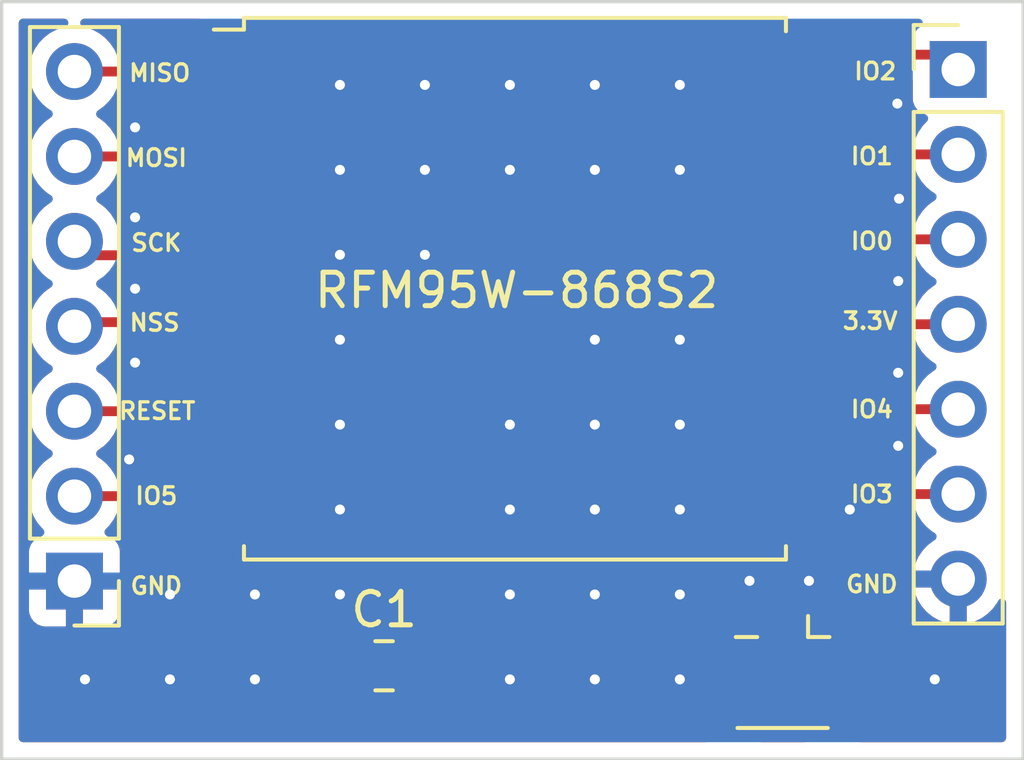
<source format=kicad_pcb>
(kicad_pcb (version 20211014) (generator pcbnew)
  (layers (0 "F.Cu" signal "Front") (1 "In1.Cu" signal) (2 "In2.Cu" signal) (31 "B.Cu" signal "Back") (34 "B.Paste" user) (35 "F.Paste" user) (36 "B.SilkS" user "B.Silkscreen") (37 "F.SilkS" user "F.Silkscreen") (38 "B.Mask" user) (39 "F.Mask" user) (44 "Edge.Cuts" user))
  (net 0 "")
  (net 1 "GND")
  (net 2 "IO5")
  (net 3 "RESET")
  (net 4 "NSS")
  (net 5 "SCK")
  (net 6 "MOSI")
  (net 7 "MISO")
  (net 8 "Net-(J3-Pad1)")
  (net 9 "IO3")
  (net 10 "IO4")
  (net 11 "+3.3V")
  (net 12 "IO0")
  (net 13 "IO1")
  (net 14 "IO2")
  (footprint "RF_Module:HOPERF_RFM9XW_SMD" (layer "F.Cu") (at 139.7508 86.1568)
    (fp_text reference "U1" hide)
    (fp_text value "RFM95W-868S2" (at 0.0508 0.0508) (layer "F.SilkS"))
    (fp_line (start -8.1 -7.75) (end -9 -7.75) (layer "F.SilkS") (width 0.12))
    (fp_line (start -8.1 7.7) (end -8.1 8.1) (layer "F.SilkS") (width 0.12))
    (fp_line (start -8.1 -8.1) (end 8.1 -8.1) (layer "F.SilkS") (width 0.12))
    (fp_line (start -8.1 -8.1) (end -8.1 -7.75) (layer "F.SilkS") (width 0.12))
    (fp_line (start 8.1 8.1) (end 8.1 7.7) (layer "F.SilkS") (width 0.12))
    (fp_line (start 8.1 -8.1) (end 8.1 -7.7) (layer "F.SilkS") (width 0.12))
    (fp_line (start -8.1 8.1) (end 8.1 8.1) (layer "F.SilkS") (width 0.12))
    (pad "1" smd rect (at -8 -7) (size 2 1) (layers "F.Cu" "F.Paste" "F.Mask") (net 1 "GND"))
    (pad "2" smd rect (at -8 -5) (size 2 1) (layers "F.Cu" "F.Paste" "F.Mask") (net 7 "MISO"))
    (pad "3" smd rect (at -8 -3) (size 2 1) (layers "F.Cu" "F.Paste" "F.Mask") (net 6 "MOSI"))
    (pad "4" smd rect (at -8 -1) (size 2 1) (layers "F.Cu" "F.Paste" "F.Mask") (net 5 "SCK"))
    (pad "5" smd rect (at -8 1) (size 2 1) (layers "F.Cu" "F.Paste" "F.Mask") (net 4 "NSS"))
    (pad "6" smd rect (at -8 3) (size 2 1) (layers "F.Cu" "F.Paste" "F.Mask") (net 3 "RESET"))
    (pad "7" smd rect (at -8 5) (size 2 1) (layers "F.Cu" "F.Paste" "F.Mask") (net 2 "IO5"))
    (pad "8" smd rect (at -8 7) (size 2 1) (layers "F.Cu" "F.Paste" "F.Mask") (net 1 "GND"))
    (pad "9" smd rect (at 8 7) (size 2 1) (layers "F.Cu" "F.Paste" "F.Mask") (net 8 "Net-(J3-Pad1)"))
    (pad "10" smd rect (at 8 5) (size 2 1) (layers "F.Cu" "F.Paste" "F.Mask") (net 1 "GND"))
    (pad "11" smd rect (at 8 3) (size 2 1) (layers "F.Cu" "F.Paste" "F.Mask") (net 9 "IO3"))
    (pad "12" smd rect (at 8 1) (size 2 1) (layers "F.Cu" "F.Paste" "F.Mask") (net 10 "IO4"))
    (pad "13" smd rect (at 8 -1) (size 2 1) (layers "F.Cu" "F.Paste" "F.Mask") (net 11 "+3.3V"))
    (pad "14" smd rect (at 8 -3) (size 2 1) (layers "F.Cu" "F.Paste" "F.Mask") (net 12 "IO0"))
    (pad "15" smd rect (at 8 -5) (size 2 1) (layers "F.Cu" "F.Paste" "F.Mask") (net 13 "IO1"))
    (pad "16" smd rect (at 8 -7) (size 2 1) (layers "F.Cu" "F.Paste" "F.Mask") (net 14 "IO2"))
  )
  (footprint "Connector_PinHeader_2.54mm:PinHeader_1x07_P2.54mm_Vertical" (layer "F.Cu") (at 153 79.6002)
    (fp_text reference "J2" hide)
    (fp_text value "Conn_01x07_MountingPin" hide)
    (fp_line (start -1.33 1.27) (end -1.33 16.57) (layer "F.SilkS") (width 0.12))
    (fp_line (start 1.33 1.27) (end 1.33 16.57) (layer "F.SilkS") (width 0.12))
    (fp_line (start -1.33 1.27) (end 1.33 1.27) (layer "F.SilkS") (width 0.12))
    (fp_line (start -1.33 0) (end -1.33 -1.33) (layer "F.SilkS") (width 0.12))
    (fp_line (start -1.33 -1.33) (end 0 -1.33) (layer "F.SilkS") (width 0.12))
    (fp_line (start -1.33 16.57) (end 1.33 16.57) (layer "F.SilkS") (width 0.12))
    (pad "1" thru_hole rect (at 0 0) (size 1.7 1.7) (drill 1) (layers *.Cu *.Mask) (net 14 "IO2"))
    (pad "2" thru_hole oval (at 0 2.54) (size 1.7 1.7) (drill 1) (layers *.Cu *.Mask) (net 13 "IO1"))
    (pad "3" thru_hole oval (at 0 5.08) (size 1.7 1.7) (drill 1) (layers *.Cu *.Mask) (net 12 "IO0"))
    (pad "4" thru_hole oval (at 0 7.62) (size 1.7 1.7) (drill 1) (layers *.Cu *.Mask) (net 11 "+3.3V"))
    (pad "5" thru_hole oval (at 0 10.16) (size 1.7 1.7) (drill 1) (layers *.Cu *.Mask) (net 10 "IO4"))
    (pad "6" thru_hole oval (at 0 12.7) (size 1.7 1.7) (drill 1) (layers *.Cu *.Mask) (net 9 "IO3"))
    (pad "7" thru_hole oval (at 0 15.24) (size 1.7 1.7) (drill 1) (layers *.Cu *.Mask) (net 1 "GND"))
  )
  (footprint "Capacitor_SMD:C_0805_2012Metric" (layer "F.Cu") (at 135.8392 97.4344)
    (fp_text reference "C1" (at 0 -1.68) (layer "F.SilkS"))
    (fp_text value "4.7u")
    (fp_line (start -0.261252 -0.735) (end 0.261252 -0.735) (layer "F.SilkS") (width 0.12))
    (fp_line (start -0.261252 0.735) (end 0.261252 0.735) (layer "F.SilkS") (width 0.12))
    (pad "1" smd roundrect (at -0.95 0) (size 1 1.45) (layers "F.Cu" "F.Paste" "F.Mask") (net 1 "GND"))
    (pad "2" smd roundrect (at 0.95 0) (size 1 1.45) (layers "F.Cu" "F.Paste" "F.Mask") (net 11 "+3.3V"))
  )
  (footprint "Connector_Coaxial:U.FL_Hirose_U.FL-R-SMT-1_Vertical" (layer "F.Cu") (at 147.7518 97.4598 -90)
    (fp_text reference "J3" hide)
    (fp_text value "Conn_Coaxial" hide)
    (fp_line (start -0.885 -1.4) (end -0.885 -0.76) (layer "F.SilkS") (width 0.12))
    (fp_line (start 1.835 -1.35) (end 1.835 1.35) (layer "F.SilkS") (width 0.12))
    (fp_line (start -0.885 -0.76) (end -1.515 -0.76) (layer "F.SilkS") (width 0.12))
    (fp_line (start -0.885 1.4) (end -0.885 0.76) (layer "F.SilkS") (width 0.12))
    (pad "1" smd rect (at -1.05 0 270) (size 1.05 1) (layers "F.Cu" "F.Paste" "F.Mask") (net 8 "Net-(J3-Pad1)"))
    (pad "2" smd rect (at 0.475 -1.475 270) (size 2.2 1.05) (layers "F.Cu" "F.Paste" "F.Mask") (net 1 "GND"))
    (pad "2" smd rect (at 0.475 1.475 270) (size 2.2 1.05) (layers "F.Cu" "F.Paste" "F.Mask") (net 1 "GND"))
  )
  (footprint "Connector_PinHeader_2.54mm:PinHeader_1x07_P2.54mm_Vertical" (layer "F.Cu") (at 126.584 94.901 180)
    (fp_text reference "J1" hide)
    (fp_text value "Conn_01x07_MountingPin" hide)
    (fp_line (start -1.33 1.27) (end 1.33 1.27) (layer "F.SilkS") (width 0.12))
    (fp_line (start 1.33 1.27) (end 1.33 16.57) (layer "F.SilkS") (width 0.12))
    (fp_line (start -1.33 -1.33) (end 0 -1.33) (layer "F.SilkS") (width 0.12))
    (fp_line (start -1.33 1.27) (end -1.33 16.57) (layer "F.SilkS") (width 0.12))
    (fp_line (start -1.33 16.57) (end 1.33 16.57) (layer "F.SilkS") (width 0.12))
    (fp_line (start -1.33 0) (end -1.33 -1.33) (layer "F.SilkS") (width 0.12))
    (pad "1" thru_hole rect (at 0 0 180) (size 1.7 1.7) (drill 1) (layers *.Cu *.Mask) (net 1 "GND"))
    (pad "2" thru_hole oval (at 0 2.54 180) (size 1.7 1.7) (drill 1) (layers *.Cu *.Mask) (net 2 "IO5"))
    (pad "3" thru_hole oval (at 0 5.08 180) (size 1.7 1.7) (drill 1) (layers *.Cu *.Mask) (net 3 "RESET"))
    (pad "4" thru_hole oval (at 0 7.62 180) (size 1.7 1.7) (drill 1) (layers *.Cu *.Mask) (net 4 "NSS"))
    (pad "5" thru_hole oval (at 0 10.16 180) (size 1.7 1.7) (drill 1) (layers *.Cu *.Mask) (net 5 "SCK"))
    (pad "6" thru_hole oval (at 0 12.7 180) (size 1.7 1.7) (drill 1) (layers *.Cu *.Mask) (net 6 "MOSI"))
    (pad "7" thru_hole oval (at 0 15.24 180) (size 1.7 1.7) (drill 1) (layers *.Cu *.Mask) (net 7 "MISO"))
  )
  (gr_rect (start 154.94 77.5716) (end 124.4092 100.2284) (layer "Edge.Cuts") (width 0.1) (fill none))
  (gr_text "MISO" (at 129.1336 79.7052) (layer "F.SilkS") (effects (font (size 0.5 0.5) (thickness 0.1))))
  (gr_text "NSS\n" (at 128.9812 87.1728) (layer "F.SilkS") (effects (font (size 0.5 0.5) (thickness 0.1))))
  (gr_text "IO1" (at 150.4188 82.1944) (layer "F.SilkS") (effects (font (size 0.5 0.5) (thickness 0.1))))
  (gr_text "IO3" (at 150.4188 92.3036) (layer "F.SilkS") (effects (font (size 0.5 0.5) (thickness 0.1))))
  (gr_text "SCK" (at 129.032 84.7852) (layer "F.SilkS") (effects (font (size 0.5 0.5) (thickness 0.1))))
  (gr_text "MOSI\n" (at 129.032 82.2452) (layer "F.SilkS") (effects (font (size 0.5 0.5) (thickness 0.1))))
  (gr_text "RESET" (at 129.0574 89.8144) (layer "F.SilkS") (effects (font (size 0.5 0.5) (thickness 0.1))))
  (gr_text "IO2" (at 150.5204 79.6544) (layer "F.SilkS") (effects (font (size 0.5 0.5) (thickness 0.1))))
  (gr_text "IO5" (at 129.032 92.3544) (layer "F.SilkS") (effects (font (size 0.5 0.5) (thickness 0.1))))
  (gr_text "GND" (at 150.4188 94.996) (layer "F.SilkS") (effects (font (size 0.5 0.5) (thickness 0.1))))
  (gr_text "GND" (at 129.032 95.0468) (layer "F.SilkS") (effects (font (size 0.5 0.5) (thickness 0.1))))
  (gr_text "IO0" (at 150.4188 84.7344) (layer "F.SilkS") (effects (font (size 0.5 0.5) (thickness 0.1))))
  (gr_text "3.3V" (at 150.368 87.122) (layer "F.SilkS") (effects (font (size 0.5 0.5) (thickness 0.1))))
  (gr_text "IO4" (at 150.4188 89.7636) (layer "F.SilkS") (effects (font (size 0.5 0.5) (thickness 0.1))))
  (via (at 152.2992 97.8416) (size 0.6) (drill 0.3) (layers "F.Cu" "B.Cu") (net 1))
  (via (at 144.6792 80.0616) (size 0.6) (drill 0.3) (layers "F.Cu" "B.Cu") (net 1))
  (via (at 144.6792 92.7616) (size 0.6) (drill 0.3) (layers "F.Cu" "B.Cu") (net 1))
  (via (at 151.2062 88.6714) (size 0.6) (drill 0.3) (layers "F.Cu" "B.Cu") (net 1))
  (via (at 128.397 86.1568) (size 0.6) (drill 0.3) (layers "F.Cu" "B.Cu") (net 1))
  (via (at 144.6792 82.6016) (size 0.6) (drill 0.3) (layers "F.Cu" "B.Cu") (net 1))
  (via (at 142.1392 97.8416) (size 0.6) (drill 0.3) (layers "F.Cu" "B.Cu") (net 1))
  (via (at 134.5192 90.2216) (size 0.6) (drill 0.3) (layers "F.Cu" "B.Cu") (net 1))
  (via (at 128.397 81.3308) (size 0.6) (drill 0.3) (layers "F.Cu" "B.Cu") (net 1))
  (via (at 144.6792 87.6816) (size 0.6) (drill 0.3) (layers "F.Cu" "B.Cu") (net 1))
  (via (at 129.4392 97.8416) (size 0.6) (drill 0.3) (layers "F.Cu" "B.Cu") (net 1))
  (via (at 139.5992 92.7616) (size 0.6) (drill 0.3) (layers "F.Cu" "B.Cu") (net 1))
  (via (at 149.7592 92.7616) (size 0.6) (drill 0.3) (layers "F.Cu" "B.Cu") (net 1))
  (via (at 139.5992 97.8416) (size 0.6) (drill 0.3) (layers "F.Cu" "B.Cu") (net 1))
  (via (at 139.5992 90.2216) (size 0.6) (drill 0.3) (layers "F.Cu" "B.Cu") (net 1))
  (via (at 142.1392 95.3016) (size 0.6) (drill 0.3) (layers "F.Cu" "B.Cu") (net 1))
  (via (at 128.397 84.0232) (size 0.6) (drill 0.3) (layers "F.Cu" "B.Cu") (net 1))
  (via (at 131.9792 95.3016) (size 0.6) (drill 0.3) (layers "F.Cu" "B.Cu") (net 1))
  (via (at 129.4392 95.3016) (size 0.6) (drill 0.3) (layers "F.Cu" "B.Cu") (net 1))
  (via (at 126.8992 97.8416) (size 0.6) (drill 0.3) (layers "F.Cu" "B.Cu") (net 1))
  (via (at 128.2192 91.2622) (size 0.6) (drill 0.3) (layers "F.Cu" "B.Cu") (net 1))
  (via (at 151.2062 90.8558) (size 0.6) (drill 0.3) (layers "F.Cu" "B.Cu") (net 1))
  (via (at 148.5392 94.8944) (size 0.6) (drill 0.3) (layers "F.Cu" "B.Cu") (net 1))
  (via (at 142.1392 80.0616) (size 0.6) (drill 0.3) (layers "F.Cu" "B.Cu") (net 1))
  (via (at 134.5192 87.6816) (size 0.6) (drill 0.3) (layers "F.Cu" "B.Cu") (net 1))
  (via (at 137.0592 85.1416) (size 0.6) (drill 0.3) (layers "F.Cu" "B.Cu") (net 1))
  (via (at 151.1808 80.6196) (size 0.6) (drill 0.3) (layers "F.Cu" "B.Cu") (net 1))
  (via (at 142.1392 90.2216) (size 0.6) (drill 0.3) (layers "F.Cu" "B.Cu") (net 1))
  (via (at 128.397 88.3666) (size 0.6) (drill 0.3) (layers "F.Cu" "B.Cu") (net 1))
  (via (at 144.6792 90.2216) (size 0.6) (drill 0.3) (layers "F.Cu" "B.Cu") (net 1))
  (via (at 151.2316 83.4644) (size 0.6) (drill 0.3) (layers "F.Cu" "B.Cu") (net 1))
  (via (at 144.6792 95.3016) (size 0.6) (drill 0.3) (layers "F.Cu" "B.Cu") (net 1))
  (via (at 144.6792 97.8416) (size 0.6) (drill 0.3) (layers "F.Cu" "B.Cu") (net 1))
  (via (at 142.1392 82.6016) (size 0.6) (drill 0.3) (layers "F.Cu" "B.Cu") (net 1))
  (via (at 146.7612 94.8944) (size 0.6) (drill 0.3) (layers "F.Cu" "B.Cu") (net 1))
  (via (at 137.0592 82.6016) (size 0.6) (drill 0.3) (layers "F.Cu" "B.Cu") (net 1))
  (via (at 134.5192 95.3016) (size 0.6) (drill 0.3) (layers "F.Cu" "B.Cu") (net 1))
  (via (at 134.5192 92.7616) (size 0.6) (drill 0.3) (layers "F.Cu" "B.Cu") (net 1))
  (via (at 131.9792 97.8416) (size 0.6) (drill 0.3) (layers "F.Cu" "B.Cu") (net 1))
  (via (at 137.0592 80.0616) (size 0.6) (drill 0.3) (layers "F.Cu" "B.Cu") (net 1))
  (via (at 134.5192 85.1416) (size 0.6) (drill 0.3) (layers "F.Cu" "B.Cu") (net 1))
  (via (at 134.5192 82.6016) (size 0.6) (drill 0.3) (layers "F.Cu" "B.Cu") (net 1))
  (via (at 151.2062 85.9282) (size 0.6) (drill 0.3) (layers "F.Cu" "B.Cu") (net 1))
  (via (at 134.5192 80.0616) (size 0.6) (drill 0.3) (layers "F.Cu" "B.Cu") (net 1))
  (via (at 139.5992 82.6016) (size 0.6) (drill 0.3) (layers "F.Cu" "B.Cu") (net 1))
  (via (at 139.5992 80.0616) (size 0.6) (drill 0.3) (layers "F.Cu" "B.Cu") (net 1))
  (via (at 139.5992 95.3016) (size 0.6) (drill 0.3) (layers "F.Cu" "B.Cu") (net 1))
  (via (at 142.1392 87.6816) (size 0.6) (drill 0.3) (layers "F.Cu" "B.Cu") (net 1))
  (via (at 142.1392 92.7616) (size 0.6) (drill 0.3) (layers "F.Cu" "B.Cu") (net 1))
  (segment (start 130.128 91.1568) (end 128.9238 92.361) (width 0.29337) (layer "F.Cu") (net 2))
  (segment (start 131.7508 91.1568) (end 130.128 91.1568) (width 0.29337) (layer "F.Cu") (net 2))
  (segment (start 128.9238 92.361) (end 126.584 92.361) (width 0.29337) (layer "F.Cu") (net 2))
  (segment (start 131.7508 89.1568) (end 128.9784 89.1568) (width 0.29337) (layer "F.Cu") (net 3))
  (segment (start 128.9784 89.1568) (end 128.3142 89.821) (width 0.29337) (layer "F.Cu") (net 3))
  (segment (start 128.3142 89.821) (end 126.584 89.821) (width 0.29337) (layer "F.Cu") (net 3))
  (segment (start 131.7508 87.1568) (end 126.7082 87.1568) (width 0.29337) (layer "F.Cu") (net 4))
  (segment (start 126.7082 87.1568) (end 126.584 87.281) (width 0.29337) (layer "F.Cu") (net 4))
  (segment (start 131.7508 85.1568) (end 126.9998 85.1568) (width 0.29337) (layer "F.Cu") (net 5))
  (segment (start 126.9998 85.1568) (end 126.584 84.741) (width 0.29337) (layer "F.Cu") (net 5))
  (segment (start 128.1684 82.1944) (end 128.1618 82.201) (width 0.29337) (layer "F.Cu") (net 6))
  (segment (start 131.7508 83.1568) (end 129.1308 83.1568) (width 0.29337) (layer "F.Cu") (net 6))
  (segment (start 129.1308 83.1568) (end 128.1684 82.1944) (width 0.29337) (layer "F.Cu") (net 6))
  (segment (start 128.1618 82.201) (end 126.584 82.201) (width 0.29337) (layer "F.Cu") (net 6))
  (segment (start 129.4168 81.1568) (end 127.921 79.661) (width 0.29337) (layer "F.Cu") (net 7))
  (segment (start 131.7508 81.1568) (end 129.4168 81.1568) (width 0.29337) (layer "F.Cu") (net 7))
  (segment (start 127.921 79.661) (end 126.584 79.661) (width 0.29337) (layer "F.Cu") (net 7))
  (segment (start 147.7508 96.4088) (end 147.7518 96.4098) (width 0.29337) (layer "F.Cu") (net 8))
  (segment (start 147.7508 93.1568) (end 147.7508 96.4088) (width 0.29337) (layer "F.Cu") (net 8))
  (segment (start 147.7508 89.1568) (end 147.7988 89.2048) (width 0.29337) (layer "F.Cu") (net 9))
  (segment (start 147.7988 89.2048) (end 148.3868 89.2048) (width 0.29337) (layer "F.Cu") (net 9))
  (segment (start 151.4822 92.3002) (end 153 92.3002) (width 0.29337) (layer "F.Cu") (net 9))
  (segment (start 148.3868 89.2048) (end 151.4822 92.3002) (width 0.29337) (layer "F.Cu") (net 9))
  (segment (start 148.1168 87.1568) (end 150.7202 89.7602) (width 0.29337) (layer "F.Cu") (net 10))
  (segment (start 147.7508 87.1568) (end 148.1168 87.1568) (width 0.29337) (layer "F.Cu") (net 10))
  (segment (start 150.7202 89.7602) (end 153 89.7602) (width 0.29337) (layer "F.Cu") (net 10))
  (segment (start 141.3604 85.1568) (end 147.7508 85.1568) (width 0.29337) (layer "F.Cu") (net 11))
  (segment (start 136.7892 97.4344) (end 136.7892 89.728) (width 0.29337) (layer "F.Cu") (net 11))
  (segment (start 148.7076 85.1568) (end 150.771 87.2202) (width 0.29337) (layer "F.Cu") (net 11))
  (segment (start 150.771 87.2202) (end 153 87.2202) (width 0.29337) (layer "F.Cu") (net 11))
  (segment (start 136.7892 89.728) (end 141.3604 85.1568) (width 0.29337) (layer "F.Cu") (net 11))
  (segment (start 147.7508 85.1568) (end 148.7076 85.1568) (width 0.29337) (layer "F.Cu") (net 11))
  (segment (start 148.892 83.1568) (end 150.4154 84.6802) (width 0.29337) (layer "F.Cu") (net 12))
  (segment (start 147.7508 83.1568) (end 148.892 83.1568) (width 0.29337) (layer "F.Cu") (net 12))
  (segment (start 150.4154 84.6802) (end 153 84.6802) (width 0.29337) (layer "F.Cu") (net 12))
  (segment (start 149.3304 81.1568) (end 150.3138 82.1402) (width 0.29337) (layer "F.Cu") (net 13))
  (segment (start 147.7508 81.1568) (end 149.3304 81.1568) (width 0.29337) (layer "F.Cu") (net 13))
  (segment (start 150.3138 82.1402) (end 153 82.1402) (width 0.29337) (layer "F.Cu") (net 13))
  (segment (start 147.7508 79.1568) (end 152.5566 79.1568) (width 0.29337) (layer "F.Cu") (net 14))
  (segment (start 152.5566 79.1568) (end 153 79.6002) (width 0.29337) (layer "F.Cu") (net 14))
  (zone (net 1) (net_name "GND") (layer "F.Cu") (connect_pads (clearance 0.508)) (min_thickness 0.254) (fill yes (thermal_gap 0.508) (thermal_bridge_width 0.508))
    (polygon (pts (xy 154.94 77.5716) (xy 154.9146 100.203) (xy 124.4346 100.2284) (xy 124.4092 77.5462)))
  )
  (zone (net 1) (net_name "GND") (layer "B.Cu") (connect_pads (clearance 0.508)) (min_thickness 0.254) (fill yes (thermal_gap 0.508) (thermal_bridge_width 0.508))
    (polygon (pts (xy 154.94 100.2284) (xy 124.4092 100.2284) (xy 124.4092 77.5716) (xy 154.94 77.5716)))
  )
)
</source>
